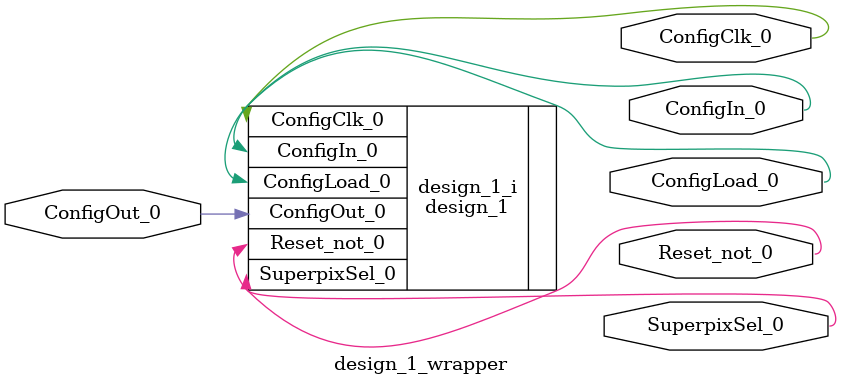
<source format=v>
`timescale 1 ps / 1 ps

module design_1_wrapper
   (ConfigClk_0,
    ConfigIn_0,
    ConfigLoad_0,
    ConfigOut_0,
    Reset_not_0,
    SuperpixSel_0);
  output ConfigClk_0;
  output ConfigIn_0;
  output ConfigLoad_0;
  input ConfigOut_0;
  output Reset_not_0;
  output SuperpixSel_0;

  wire ConfigClk_0;
  wire ConfigIn_0;
  wire ConfigLoad_0;
  wire ConfigOut_0;
  wire Reset_not_0;
  wire SuperpixSel_0;

  design_1 design_1_i
       (.ConfigClk_0(ConfigClk_0),
        .ConfigIn_0(ConfigIn_0),
        .ConfigLoad_0(ConfigLoad_0),
        .ConfigOut_0(ConfigOut_0),
        .Reset_not_0(Reset_not_0),
        .SuperpixSel_0(SuperpixSel_0));
endmodule

</source>
